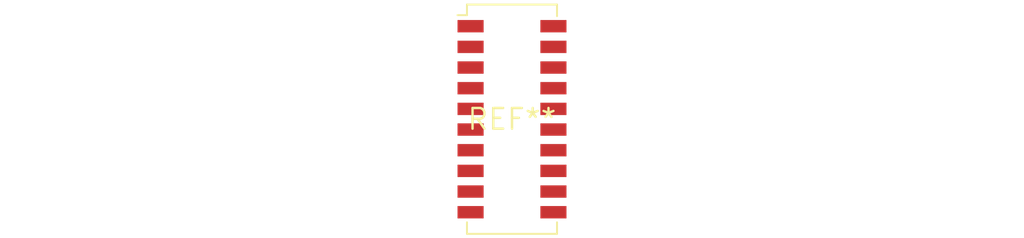
<source format=kicad_pcb>
(kicad_pcb (version 20240108) (generator pcbnew)
  (layers (0 "F.Cu" signal) (31 "B.Cu" signal) (34 "B.Paste" user) (35 "F.Paste" user) (36 "B.SilkS" user "B.Silkscreen") (37 "F.SilkS" user "F.Silkscreen") (38 "B.Mask" user) (39 "F.Mask" user) (44 "Edge.Cuts" user))
  (net 0 "")
  (footprint "SW_DIP_SPSTx10_Slide_Copal_CHS-10A_W5.08mm_P1.27mm_JPin" (layer "F.Cu") (at 0 0)
    (property "Reference" "REF**")
    (property "Value" "SW_DIP_SPSTx10_Slide_Copal_CHS-10A_W5.08mm_P1.27mm_JPin")
    (fp_line (start -3.34 -6.395) (end -2.761 -6.395) (layer "F.SilkS") (stroke (width 0.12)))
    (fp_line (start -2.761 -7.045) (end -2.761 -6.395) (layer "F.SilkS") (stroke (width 0.12)))
    (fp_line (start -2.761 -7.045) (end 2.76 -7.045) (layer "F.SilkS") (stroke (width 0.12)))
    (fp_line (start -2.761 6.335) (end -2.761 7.045) (layer "F.SilkS") (stroke (width 0.12)))
    (fp_line (start -2.761 7.045) (end 2.76 7.045) (layer "F.SilkS") (stroke (width 0.12)))
    (fp_line (start 2.76 -7.045) (end 2.76 -6.335) (layer "F.SilkS") (stroke (width 0.12)))
    (fp_line (start 2.76 6.335) (end 2.76 7.045) (layer "F.SilkS") (stroke (width 0.12)))
    (pad "1" smd rect (at -2.54 -5.715) (size 1.6 0.76) (layers "F.Cu" "F.Paste" "F.Mask"))
    (pad "2" smd rect (at -2.54 -4.445) (size 1.6 0.76) (layers "F.Cu" "F.Paste" "F.Mask"))
    (pad "3" smd rect (at -2.54 -3.175) (size 1.6 0.76) (layers "F.Cu" "F.Paste" "F.Mask"))
    (pad "4" smd rect (at -2.54 -1.905) (size 1.6 0.76) (layers "F.Cu" "F.Paste" "F.Mask"))
    (pad "5" smd rect (at -2.54 -0.635) (size 1.6 0.76) (layers "F.Cu" "F.Paste" "F.Mask"))
    (pad "6" smd rect (at -2.54 0.635) (size 1.6 0.76) (layers "F.Cu" "F.Paste" "F.Mask"))
    (pad "7" smd rect (at -2.54 1.905) (size 1.6 0.76) (layers "F.Cu" "F.Paste" "F.Mask"))
    (pad "8" smd rect (at -2.54 3.175) (size 1.6 0.76) (layers "F.Cu" "F.Paste" "F.Mask"))
    (pad "9" smd rect (at -2.54 4.445) (size 1.6 0.76) (layers "F.Cu" "F.Paste" "F.Mask"))
    (pad "10" smd rect (at -2.54 5.715) (size 1.6 0.76) (layers "F.Cu" "F.Paste" "F.Mask"))
    (pad "11" smd rect (at 2.54 5.715) (size 1.6 0.76) (layers "F.Cu" "F.Paste" "F.Mask"))
    (pad "12" smd rect (at 2.54 4.445) (size 1.6 0.76) (layers "F.Cu" "F.Paste" "F.Mask"))
    (pad "13" smd rect (at 2.54 3.175) (size 1.6 0.76) (layers "F.Cu" "F.Paste" "F.Mask"))
    (pad "14" smd rect (at 2.54 1.905) (size 1.6 0.76) (layers "F.Cu" "F.Paste" "F.Mask"))
    (pad "15" smd rect (at 2.54 0.635) (size 1.6 0.76) (layers "F.Cu" "F.Paste" "F.Mask"))
    (pad "16" smd rect (at 2.54 -0.635) (size 1.6 0.76) (layers "F.Cu" "F.Paste" "F.Mask"))
    (pad "17" smd rect (at 2.54 -1.905) (size 1.6 0.76) (layers "F.Cu" "F.Paste" "F.Mask"))
    (pad "18" smd rect (at 2.54 -3.175) (size 1.6 0.76) (layers "F.Cu" "F.Paste" "F.Mask"))
    (pad "19" smd rect (at 2.54 -4.445) (size 1.6 0.76) (layers "F.Cu" "F.Paste" "F.Mask"))
    (pad "20" smd rect (at 2.54 -5.715) (size 1.6 0.76) (layers "F.Cu" "F.Paste" "F.Mask"))
  )
)
</source>
